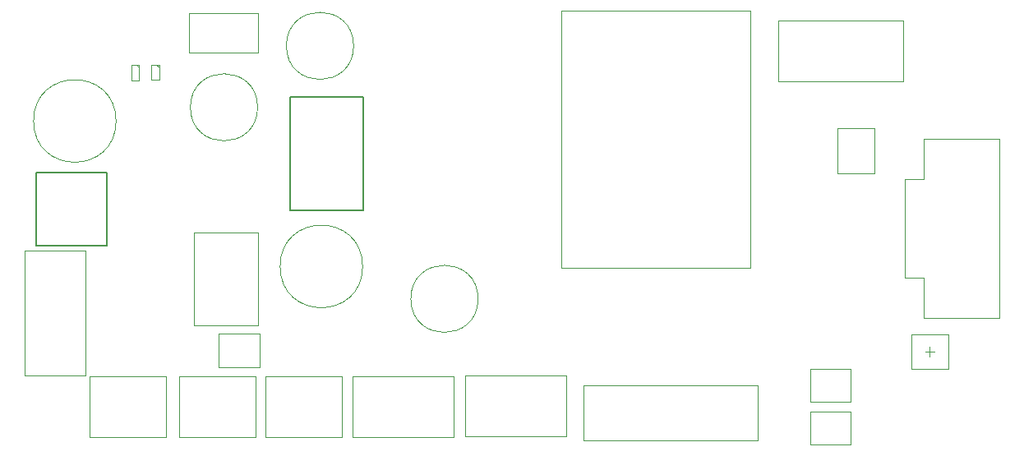
<source format=gbr>
%TF.GenerationSoftware,Altium Limited,Altium Designer,22.0.2 (36)*%
G04 Layer_Color=32768*
%FSLAX45Y45*%
%MOMM*%
%TF.SameCoordinates,B6468D8F-76AC-4D1A-8A0B-9CDD1514F62C*%
%TF.FilePolarity,Positive*%
%TF.FileFunction,Other,Courtyard_Top*%
%TF.Part,Single*%
G01*
G75*
%TA.AperFunction,NonConductor*%
%ADD113C,0.20000*%
%ADD117C,0.10000*%
%ADD121C,0.05000*%
D113*
X228000Y2824000D02*
X958000D01*
Y2074000D02*
Y2824000D01*
X228000Y2074000D02*
X958000D01*
X228000D02*
Y2824000D01*
X3595500Y2436000D02*
Y3606000D01*
X2846200Y2436000D02*
X3595500D01*
X2846200D02*
Y3606000D01*
X3595500D01*
D117*
X1468300Y3937001D02*
X1495000Y3910301D01*
X1415000Y3937001D02*
X1495000Y3937001D01*
X1415000Y3777000D02*
Y3937001D01*
Y3777000D02*
X1495000D01*
Y3937001D01*
X9436000Y930000D02*
Y1030000D01*
X9386000Y980000D02*
X9486000D01*
X9243500Y805000D02*
X9628500D01*
X9243500Y1155000D02*
X9628500D01*
X9628500Y805000D02*
X9628500Y1155000D01*
X9243500Y805000D02*
Y1155000D01*
X1263300Y3936000D02*
X1290000Y3909300D01*
X1210000Y3936000D02*
X1290000D01*
X1210000Y3776000D02*
Y3936000D01*
Y3776000D02*
X1290000Y3776000D01*
X1290000Y3936000D01*
D121*
X3592000Y1857000D02*
G03*
X3592000Y1857000I-425000J0D01*
G01*
X3499300Y4130000D02*
G03*
X3499300Y4130000I-346300J0D01*
G01*
X4781300Y1523000D02*
G03*
X4781300Y1523000I-346300J0D01*
G01*
X2510300Y3497000D02*
G03*
X2510300Y3497000I-346300J0D01*
G01*
X1052000Y3356000D02*
G03*
X1052000Y3356000I-425000J0D01*
G01*
X3490000Y726000D02*
X4530000D01*
Y101000D02*
Y726000D01*
X3490000Y101000D02*
X4530000D01*
X3490000D02*
Y726000D01*
X8484401Y2813870D02*
Y3283870D01*
X8864401D01*
Y2813870D02*
Y3283870D01*
X8484401Y2813870D02*
X8864401D01*
X2592000Y101000D02*
Y726000D01*
Y101000D02*
X3382000D01*
Y726000D01*
X2592000D02*
X3382000D01*
X4650000Y729000D02*
X5690000D01*
Y104000D02*
Y729000D01*
X4650000Y104000D02*
X5690000D01*
X4650000D02*
Y729000D01*
X775000Y727000D02*
X1565000D01*
Y102000D02*
Y727000D01*
X775000Y102000D02*
X1565000D01*
X775000D02*
Y727000D01*
X5870501Y628000D02*
X7663501D01*
Y68000D02*
Y628000D01*
X5870501Y68000D02*
X7663501D01*
X5870501D02*
Y628000D01*
X9175000Y1744500D02*
X9375000D01*
Y1329000D02*
Y1744500D01*
Y1329000D02*
X10155000D01*
Y3171000D01*
X9375000D02*
X10155000D01*
X9375000Y2755500D02*
Y3171000D01*
X9175000Y2755500D02*
X9375000D01*
X9175000Y1744500D02*
Y2755500D01*
X110000Y2023000D02*
X735000D01*
X110000Y733000D02*
Y2023000D01*
Y733000D02*
X735000D01*
Y2023000D01*
X2107000Y1161000D02*
X2529001D01*
X2107000Y821000D02*
Y1161000D01*
Y821000D02*
X2529001D01*
Y1161000D01*
X1799500Y4471250D02*
X2510500D01*
Y4058750D02*
Y4471250D01*
X1799500Y4058750D02*
X2510500D01*
X1799500D02*
Y4471250D01*
X2515000Y1249000D02*
Y2205000D01*
X1855000Y1249000D02*
X2515000D01*
X1855000D02*
Y2205000D01*
X2515000D01*
X5638989Y1840809D02*
X7588989D01*
Y4490809D01*
X5638989D02*
X7588989D01*
X5638989Y1840809D02*
Y4490809D01*
X1698000Y726000D02*
X2488000D01*
Y101000D02*
Y726000D01*
X1698000Y101000D02*
X2488000D01*
X1698000D02*
Y726000D01*
X8200999Y18000D02*
X8623000D01*
X8200999D02*
X8201000Y358000D01*
X8623000D01*
Y18000D02*
Y358000D01*
X8201000Y460000D02*
X8623000D01*
X8201000D02*
X8201000Y800000D01*
X8623000D01*
Y460000D02*
Y800000D01*
X9164000Y3767000D02*
Y4392000D01*
X7874000D02*
X9164000D01*
X7874000Y3767000D02*
Y4392000D01*
Y3767000D02*
X9164000D01*
%TF.MD5,2f7a1740929d9c68ee588a99b681e807*%
M02*

</source>
